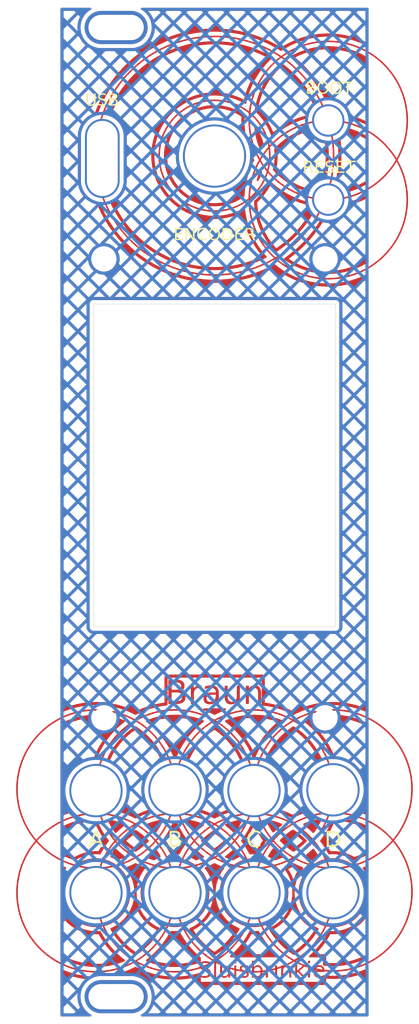
<source format=kicad_pcb>
(kicad_pcb (version 20240108) (generator "pcbnew") (generator_version "8.0")
  (layers (0 "F.Cu" signal) (31 "B.Cu" signal) (34 "B.Paste" user) (35 "F.Paste" user) (36 "B.SilkS" user "B.Silkscreen") (37 "F.SilkS" user "F.Silkscreen") (38 "B.Mask" user) (39 "F.Mask" user) (44 "Edge.Cuts" user))
  (net 0 "")
  (footprint "" (layer "F.Cu") (at 145 143.1)
    (property "Reference" "" (at 0 0 0) (layer "F.SilkS") (effects (font (size 1.27 1.27))))
    (property "Value" "")
    (pad "" thru_hole circle (at 0 0) (size 6.75 6.75) (drill 6.25) (layers "*.Cu" "*.Mask"))
  )
  (footprint "Library:Nut_3DModel" (layer "F.Cu") (at 165 130)
    (property "Reference" "REF**" (hide yes))
    (property "Value" "Nut_3DModel")
  )
  (footprint "Library:Nut_3DModel" (layer "F.Cu") (at 145 130)
    (property "Reference" "REF**" (hide yes))
    (property "Value" "Nut_3DModel")
  )
  (footprint "" (layer "F.Cu") (at 164.4 55.5)
    (property "Reference" "" (at 0 0 0) (layer "F.SilkS") (effects (font (size 1.27 1.27))))
    (property "Value" "")
    (pad "" thru_hole circle (at 0 0) (size 4.1 4.1) (drill 3.6) (layers "*.Cu" "*.Mask"))
  )
  (footprint "" (layer "F.Cu") (at 155 130.1)
    (property "Reference" "" (at 0 0 0) (layer "F.SilkS") (effects (font (size 1.27 1.27))))
    (property "Value" "")
    (pad "" thru_hole circle (at 0 0.1) (size 6.75 6.75) (drill 6.25) (layers "*.Cu" "*.Mask"))
  )
  (footprint "Library:Nut_3DModel" (layer "F.Cu") (at 135 143)
    (property "Reference" "REF**" (hide yes))
    (property "Value" "Nut_3DModel")
  )
  (footprint "Library:Nut_3DModel" (layer "F.Cu") (at 155 130)
    (property "Reference" "REF**" (hide yes))
    (property "Value" "Nut_3DModel")
  )
  (footprint "Library:torx_m2.5" (layer "F.Cu") (at 136 121)
    (property "Reference" "REF**" (hide yes))
    (property "Value" "torx_m2.5")
  )
  (footprint "Library:Nut_3DModel" (layer "F.Cu") (at 145 143)
    (property "Reference" "REF**" (hide yes))
    (property "Value" "Nut_3DModel")
  )
  (footprint "Library:torx_m2.5" (layer "F.Cu") (at 136 63)
    (property "Reference" "REF**" (hide yes))
    (property "Value" "torx_m2.5")
  )
  (footprint "" (layer "F.Cu") (at 135 143.1)
    (property "Reference" "" (at 0 0 0) (layer "F.SilkS") (effects (font (size 1.27 1.27))))
    (property "Value" "")
    (pad "" thru_hole circle (at 0 0) (size 6.75 6.75) (drill 6.25) (layers "*.Cu" "*.Mask"))
  )
  (footprint "MountingHole:MountingHole_2.7mm_M2.5" (layer "F.Cu") (at 164 63)
    (property "Reference" "H1" (hide yes))
    (property "Value" "MountingHole")
    (pad "" np_thru_hole circle (at 0 0) (size 2.7 2.7) (drill 2.7) (layers "F&B.Cu" "*.Mask"))
  )
  (footprint "MountingHole:MountingHole_2.7mm_M2.5" (layer "F.Cu") (at 136 63)
    (property "Reference" "H1" (hide yes))
    (property "Value" "MountingHole")
    (pad "" np_thru_hole circle (at 0 0) (size 2.7 2.7) (drill 2.7) (layers "F&B.Cu" "*.Mask"))
  )
  (footprint "" (layer "F.Cu") (at 165 130)
    (property "Reference" "" (at 0 0 0) (layer "F.SilkS") (effects (font (size 1.27 1.27))))
    (property "Value" "")
    (pad "" thru_hole circle (at 0 0.1) (size 6.75 6.75) (drill 6.25) (layers "*.Cu" "*.Mask"))
  )
  (footprint "Library:Nut_3DModel" (layer "F.Cu") (at 135 130)
    (property "Reference" "REF**" (hide yes))
    (property "Value" "Nut_3DModel")
  )
  (footprint "Library:knob_alu" (layer "F.Cu") (at 150 50)
    (property "Reference" "REF**" (hide yes))
    (property "Value" "knob_alu")
  )
  (footprint "" (layer "F.Cu") (at 150 50)
    (property "Reference" "" (at 0 0 0) (layer "F.SilkS") (effects (font (size 1.27 1.27))))
    (property "Value" "")
    (pad "" thru_hole circle (at 0 0) (size 8 8) (drill 7.5) (layers "*.Cu" "*.Mask"))
  )
  (footprint "" (layer "F.Cu") (at 155 143.1)
    (property "Reference" "" (at 0 0 0) (layer "F.SilkS") (effects (font (size 1.27 1.27))))
    (property "Value" "")
    (pad "" thru_hole circle (at 0 0) (size 6.75 6.75) (drill 6.25) (layers "*.Cu" "*.Mask"))
  )
  (footprint "" (layer "F.Cu") (at 135 130.1)
    (property "Reference" "" (at 0 0 0) (layer "F.SilkS") (effects (font (size 1.27 1.27))))
    (property "Value" "")
    (pad "" thru_hole circle (at 0 0.1) (size 6.75 6.75) (drill 6.25) (layers "*.Cu" "*.Mask"))
  )
  (footprint "MountingHole:MountingHole_2.7mm_M2.5" (layer "F.Cu") (at 136 121)
    (property "Reference" "H1" (hide yes))
    (property "Value" "MountingHole")
    (pad "" np_thru_hole circle (at 0 0) (size 2.7 2.7) (drill 2.7) (layers "F&B.Cu" "*.Mask"))
  )
  (footprint "Library:encoder_nut" (layer "F.Cu") (at 150 50)
    (property "Reference" "REF**" (hide yes))
    (property "Value" "encoder_nut")
  )
  (footprint "" (layer "F.Cu") (at 165 143.1)
    (property "Reference" "" (at 0 0 0) (layer "F.SilkS") (effects (font (size 1.27 1.27))))
    (property "Value" "")
    (pad "" thru_hole circle (at 0 0) (size 6.75 6.75) (drill 6.25) (layers "*.Cu" "*.Mask"))
  )
  (footprint "MountingHole:MountingHole_3.2mm_M3" (layer "F.Cu") (at 137.5489 156.2464)
    (property "Reference" "REF**" (hide yes))
    (property "Value" "MountingHole_3.2mm_M3" (hide yes))
    (pad "" thru_hole oval (at 0 0) (size 8 4.2) (drill oval 7 3.2) (layers "*.Cu" "*.Mask"))
  )
  (footprint "Library:torx_m2.5" (layer "F.Cu") (at 164 63)
    (property "Reference" "REF**" (hide yes))
    (property "Value" "torx_m2.5")
  )
  (footprint "Library:Nut_3DModel" (layer "F.Cu") (at 155 143)
    (property "Reference" "REF**" (hide yes))
    (property "Value" "Nut_3DModel")
  )
  (footprint "MountingHole:MountingHole_2.7mm_M2.5" (layer "F.Cu") (at 164 121)
    (property "Reference" "H1" (hide yes))
    (property "Value" "MountingHole")
    (pad "" np_thru_hole circle (at 0 0) (size 2.7 2.7) (drill 2.7) (layers "F&B.Cu" "*.Mask"))
  )
  (footprint "" (layer "F.Cu") (at 145 130)
    (property "Reference" "" (at 0 0 0) (layer "F.SilkS") (effects (font (size 1.27 1.27))))
    (property "Value" "")
    (pad "" thru_hole circle (at 0 0.1) (size 6.75 6.75) (drill 6.25) (layers "*.Cu" "*.Mask"))
  )
  (footprint "Library:encoder_washer" (layer "F.Cu") (at 150 50)
    (property "Reference" "REF**" (hide yes))
    (property "Value" "encoder_washer")
  )
  (footprint "Library:PI_SCOPE_backpcb" (layer "F.Cu") (at 130 150)
    (property "Reference" "REF**" (hide yes))
    (property "Value" "PI_SCOPE_backpcb")
  )
  (footprint "Library:torx_m2.5" (layer "F.Cu") (at 164 121)
    (property "Reference" "REF**" (hide yes))
    (property "Value" "torx_m2.5")
  )
  (footprint "Library:Nut_3DModel" (layer "F.Cu") (at 165 143)
    (property "Reference" "REF**" (hide yes))
    (property "Value" "Nut_3DModel")
  )
  (footprint "MountingHole:MountingHole_3.2mm_M3" (layer "F.Cu") (at 137.5489 33.7464)
    (property "Reference" "REF**" (hide yes))
    (property "Value" "MountingHole_3.2mm_M3" (hide yes))
    (pad "" thru_hole oval (at 0 0) (size 8 4.2) (drill oval 7 3.2) (layers "*.Cu" "*.Mask"))
  )
  (footprint "" (layer "F.Cu") (at 164.4 45.5)
    (property "Reference" "" (at 0 0 0) (layer "F.SilkS") (effects (font (size 1.27 1.27))))
    (property "Value" "")
    (pad "" thru_hole circle (at 0 0) (size 4.1 4.1) (drill 3.6) (layers "*.Cu" "*.Mask"))
  )
  (footprint "MountingHole:MountingHole_3.2mm_M3" (layer "F.Cu") (at 135.8 50.3 90)
    (property "Reference" "REF**" (hide yes))
    (property "Value" "MountingHole_3.2mm_M3" (hide yes))
    (pad "" thru_hole oval (at 0 0 90) (size 10 4.4) (drill oval 9.5 3.9) (layers "*.Cu" "*.Mask"))
  )
  (gr_circle (center 145 143.1) (end 149.252969 143.1) (stroke (width 0.2)) (fill none) (layer "F.Cu"))
  (gr_circle (center 155.000499 130) (end 165 130) (stroke (width 0.2)) (fill none) (layer "F.Cu"))
  (gr_circle (center 135 130) (end 145 130) (stroke (width 0.2)) (fill none) (layer "F.Cu"))
  (gr_circle (center 145 130) (end 135 130.1) (stroke (width 0.2)) (fill none) (layer "F.Cu"))
  (gr_circle (center 164.4 45.5) (end 164.4 55.5) (stroke (width 0.2)) (fill none) (layer "F.Cu"))
  (gr_circle (center 135 143.1) (end 139.252969 143.1) (stroke (width 0.2)) (fill none) (layer "F.Cu"))
  (gr_circle (center 165 143) (end 155 143) (stroke (width 0.2)) (fill none) (layer "F.Cu"))
  (gr_circle (center 164.4 55.5) (end 164.4 45.5) (stroke (width 0.2)) (fill none) (layer "F.Cu"))
  (gr_circle (center 165 143.1) (end 169.252969 143.1) (stroke (width 0.2)) (fill none) (layer "F.Cu"))
  (gr_circle (center 165 130) (end 155 130.1) (stroke (width 0.2)) (fill none) (layer "F.Cu"))
  (gr_circle (center 150 49.95) (end 157 49.95) (stroke (width 0.2)) (fill none) (layer "F.Cu"))
  (gr_circle (center 145 143.1) (end 135 143) (stroke (width 0.2)) (fill none) (layer "F.Cu"))
  (gr_circle (center 155 143.1) (end 145 143.1) (stroke (width 0.2)) (fill none) (layer "F.Cu"))
  (gr_circle (center 155 143.1) (end 159.252969 143.1) (stroke (width 0.2)) (fill none) (layer "F.Cu"))
  (gr_circle (center 135 143.1) (end 145 143.1) (stroke (width 0.2)) (fill none) (layer "F.Cu"))
  (gr_circle (center 150 49.95) (end 164.4 45.5) (stroke (width 0.2)) (fill none) (layer "F.Cu"))
  (gr_line (start 170 159.25) (end 130 159.25) (stroke (width 0.001)) (layer "Edge.Cuts"))
  (gr_line (start 170 30.75) (end 130 30.75) (stroke (width 0.001)) (layer "Edge.Cuts"))
  (gr_rect (start 134.7 68.7) (end 165.3 109.5) (stroke (width 0.05)) (fill none) (layer "Edge.Cuts"))
  (gr_line (start 170 159.25) (end 170 30.75) (stroke (width 0.001)) (layer "Edge.Cuts"))
  (gr_line (start 130 159.25) (end 130 30.75) (stroke (width 0.001)) (layer "Edge.Cuts"))
  (gr_text "Sluisbrinkie\n" (at 156 153 0) (layer "F.Cu") (effects (font (size 2 2))))
  (gr_text "Braun" (at 150 118 0) (layer "F.Cu") (effects (font (size 3 3) (thickness 0.375))))
  (gr_text "USB" (at 135.75 43 0) (layer "F.SilkS") (effects (font (size 1.5 1.5))))
  (gr_text "ENCODER" (at 150 60 0) (layer "F.SilkS") (effects (font (size 1.5 1.5))))
  (gr_text "B" (at 145 136.5 0) (layer "F.SilkS") (effects (font (size 2 2) (thickness 0.14224))))
  (gr_text "C" (at 155 136.5 0) (layer "F.SilkS") (effects (font (size 2 2) (thickness 0.14224))))
  (gr_text "A" (at 135 136.5 0) (layer "F.SilkS") (effects (font (size 2 2) (thickness 0.14224))))
  (gr_text "D" (at 165 136.5 0) (layer "F.SilkS") (effects (font (size 2 2) (thickness 0.14224))))
  (gr_text "RESET" (at 164.5 51.5 0) (layer "F.SilkS") (effects (font (size 1.5 1.5))))
  (gr_text "BOOT" (at 164.5 41.5 0) (layer "F.SilkS") (effects (font (size 1.5 1.5))))
  (zone (net 0) (net_name "") (layers "F&B.Cu") (connect_pads (clearance 0.5)) (min_thickness 0.25) (fill yes (mode hatch) (thermal_gap 0.5) (thermal_bridge_width 0.5) (island_removal_mode 1) (island_area_min 10) (hatch_thickness 0.4) (hatch_gap 1.5) (hatch_orientation 45) (hatch_border_algorithm hatch_thickness) (hatch_min_hole_area 0.3))
    (polygon (pts (xy 130 159.5) (xy 130 30.5) (xy 170 30.5) (xy 170 159.5)))
  )
)
</source>
